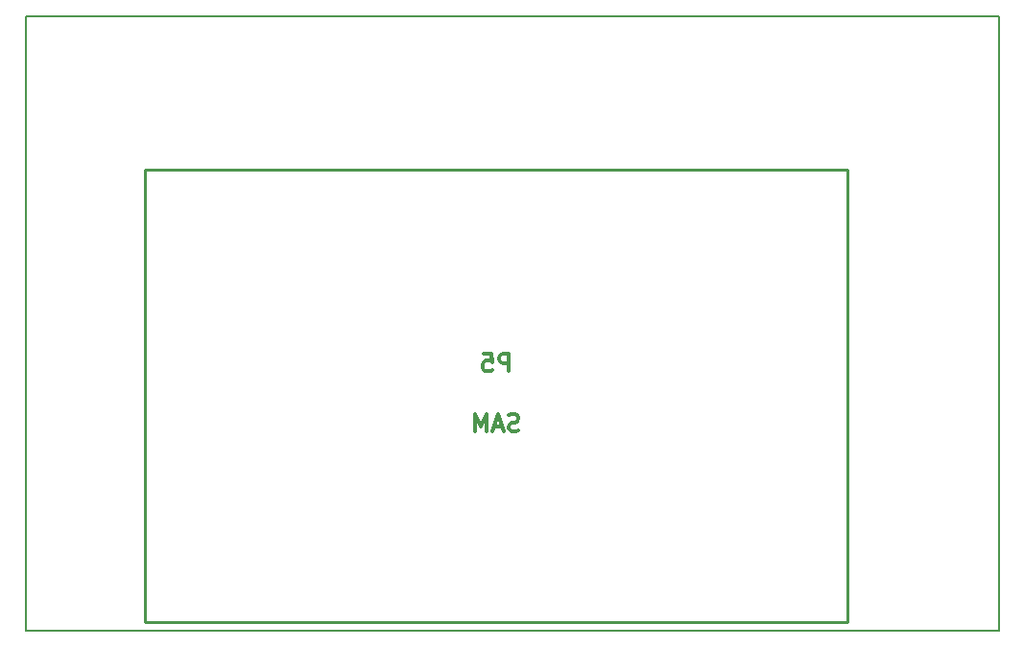
<source format=gbo>
G04 (created by PCBNEW-RS274X (2011-06-08)-testing) date Fr 01 Jul 2011 23:29:28 CEST*
G01*
G70*
G90*
%MOIN*%
G04 Gerber Fmt 3.4, Leading zero omitted, Abs format*
%FSLAX34Y34*%
G04 APERTURE LIST*
%ADD10C,0.006000*%
%ADD11C,0.008000*%
%ADD12C,0.010000*%
%ADD13C,0.012000*%
G04 APERTURE END LIST*
G54D10*
G54D11*
X14450Y-56300D02*
X14450Y-34950D01*
X48250Y-56300D02*
X14450Y-56300D01*
X48250Y-34950D02*
X48250Y-56300D01*
X15250Y-34950D02*
X48250Y-34950D01*
X14450Y-34950D02*
X15250Y-34950D01*
G54D12*
X18595Y-56024D02*
X43005Y-56024D01*
X43005Y-56024D02*
X43005Y-40276D01*
X43005Y-40276D02*
X18595Y-40276D01*
X18595Y-40276D02*
X18595Y-56024D01*
G54D13*
X31242Y-47291D02*
X31242Y-46691D01*
X31014Y-46691D01*
X30956Y-46719D01*
X30928Y-46748D01*
X30899Y-46805D01*
X30899Y-46891D01*
X30928Y-46948D01*
X30956Y-46977D01*
X31014Y-47005D01*
X31242Y-47005D01*
X30356Y-46691D02*
X30642Y-46691D01*
X30671Y-46977D01*
X30642Y-46948D01*
X30585Y-46919D01*
X30442Y-46919D01*
X30385Y-46948D01*
X30356Y-46977D01*
X30328Y-47034D01*
X30328Y-47177D01*
X30356Y-47234D01*
X30385Y-47262D01*
X30442Y-47291D01*
X30585Y-47291D01*
X30642Y-47262D01*
X30671Y-47234D01*
X31571Y-49348D02*
X31485Y-49377D01*
X31342Y-49377D01*
X31285Y-49348D01*
X31256Y-49320D01*
X31228Y-49263D01*
X31228Y-49205D01*
X31256Y-49148D01*
X31285Y-49120D01*
X31342Y-49091D01*
X31456Y-49063D01*
X31514Y-49034D01*
X31542Y-49005D01*
X31571Y-48948D01*
X31571Y-48891D01*
X31542Y-48834D01*
X31514Y-48805D01*
X31456Y-48777D01*
X31314Y-48777D01*
X31228Y-48805D01*
X31000Y-49205D02*
X30714Y-49205D01*
X31057Y-49377D02*
X30857Y-48777D01*
X30657Y-49377D01*
X30457Y-49377D02*
X30457Y-48777D01*
X30257Y-49205D01*
X30057Y-48777D01*
X30057Y-49377D01*
M02*

</source>
